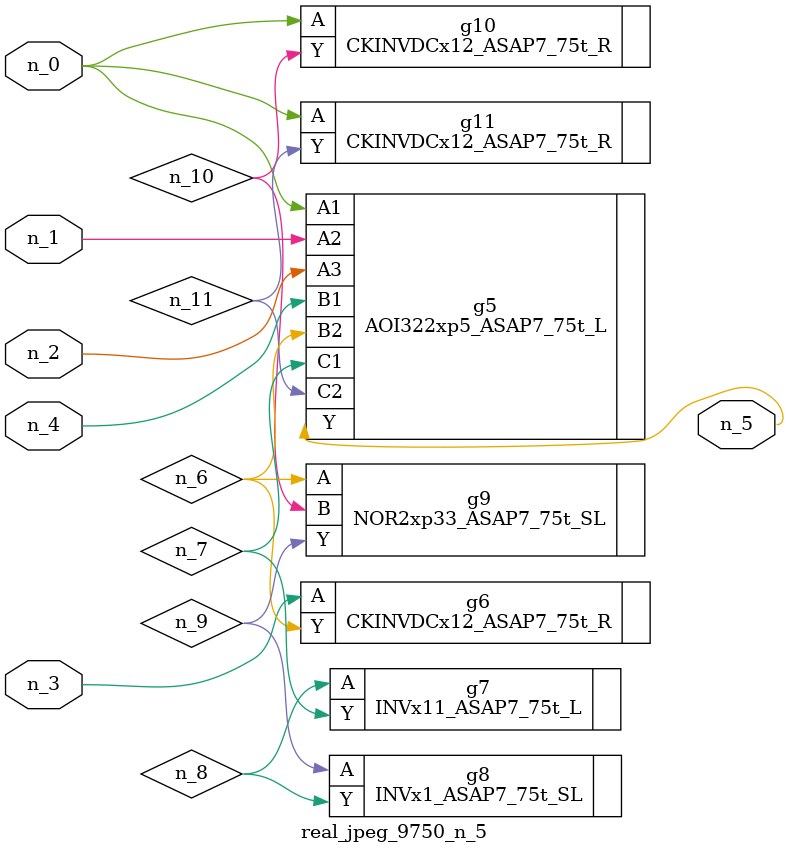
<source format=v>
module real_jpeg_9750_n_5 (n_4, n_0, n_1, n_2, n_3, n_5);

input n_4;
input n_0;
input n_1;
input n_2;
input n_3;

output n_5;

wire n_8;
wire n_11;
wire n_6;
wire n_7;
wire n_10;
wire n_9;

AOI322xp5_ASAP7_75t_L g5 ( 
.A1(n_0),
.A2(n_1),
.A3(n_2),
.B1(n_4),
.B2(n_6),
.C1(n_7),
.C2(n_11),
.Y(n_5)
);

CKINVDCx12_ASAP7_75t_R g10 ( 
.A(n_0),
.Y(n_10)
);

CKINVDCx12_ASAP7_75t_R g11 ( 
.A(n_0),
.Y(n_11)
);

CKINVDCx12_ASAP7_75t_R g6 ( 
.A(n_3),
.Y(n_6)
);

NOR2xp33_ASAP7_75t_SL g9 ( 
.A(n_6),
.B(n_10),
.Y(n_9)
);

INVx11_ASAP7_75t_L g7 ( 
.A(n_8),
.Y(n_7)
);

INVx1_ASAP7_75t_SL g8 ( 
.A(n_9),
.Y(n_8)
);


endmodule
</source>
